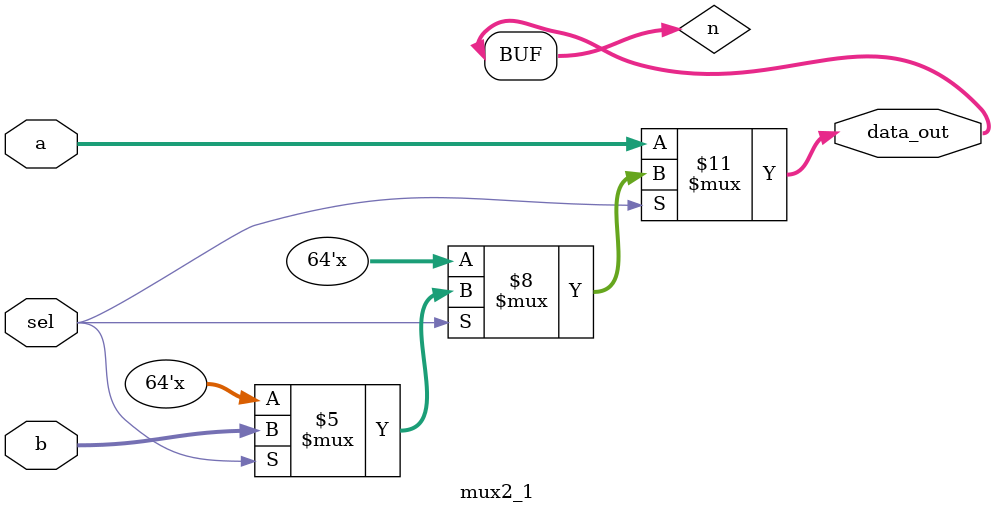
<source format=v>
module mux2_1
  (input [63:0] a,b,
   input sel,
   output reg [63:0] data_out);
  reg [63:0] n;
  always@* begin
    if (sel == 0)
      n = a;
    else if (sel ==1)
      n = b;
  end
  assign data_out = n;
endmodule
</source>
